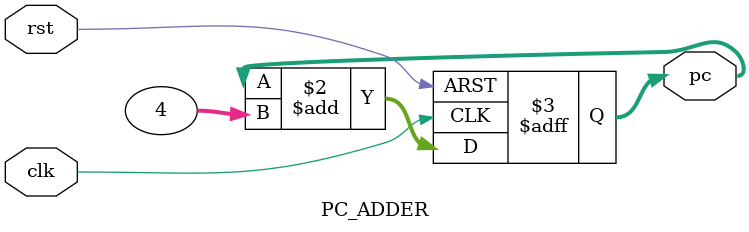
<source format=v>
module PC_ADDER(
    input  clk,
    input  rst,
    output reg [31:0] pc
);

always @(posedge clk or posedge rst) begin
    if (rst) begin
        pc <= 0;
    end else begin
        pc <= pc + 4;
    end
end

endmodule

</source>
